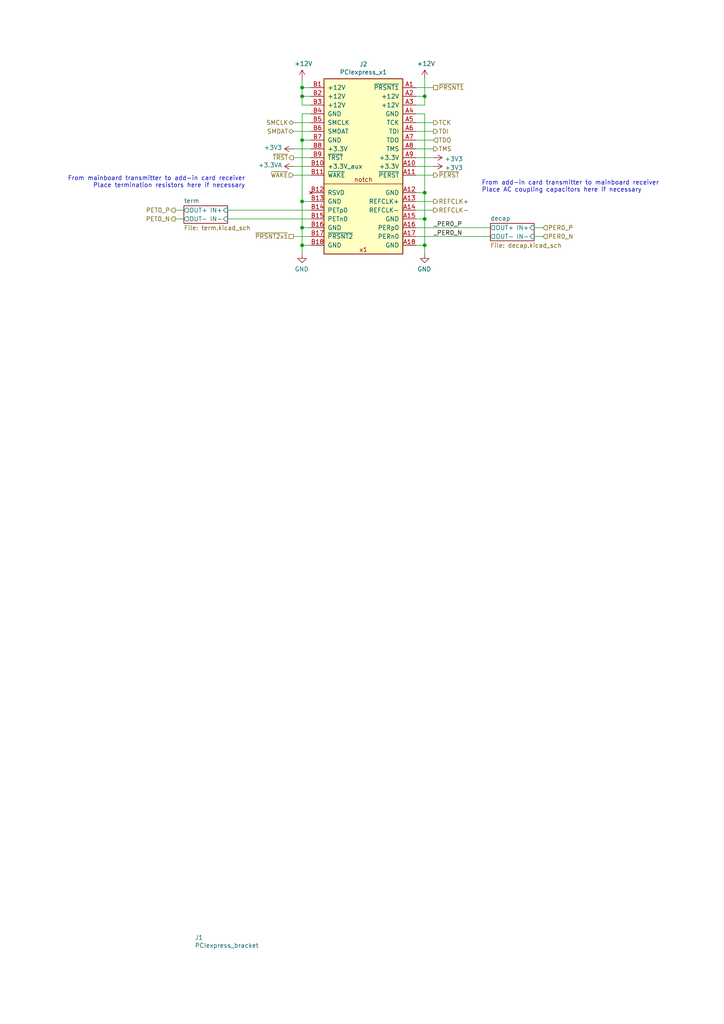
<source format=kicad_sch>
(kicad_sch (version 20211123) (generator eeschema)
  (paper "A4" portrait)
  (title_block (title "PCIexpress_x1_low") (company "Author: Luca Anastasio"))
  (lib_symbols
    (symbol "PCIexpress:PCIexpress_bracket" (pin_names (offset 1.016))
      (property "Reference" "J" (at 0 0 0))
      (property "Value" "PCIexpress_bracket" (at 0 0 0))
    )
    (symbol "PCIexpress:PCIexpress_x1" (pin_names (offset 1.016))
      (property "Reference" "J" (at 0 3.81 0))
      (property "Value" "PCIexpress_x1" (at 0 1.27 0))
      (symbol "PCIexpress_x1_0_0"
        (text "notch" (at 0 -29.21 0) (effects (font (size 1.27 1.27))))
        (text "x1" (at 0 -49.53 0) (effects (font (size 1.27 1.27))))
      )
      (symbol "PCIexpress_x1_0_1"
        (polyline (pts (xy 11.43 -30.48) (xy -11.43 -30.48)))
      )
      (symbol "PCIexpress_x1_1_1"
        (rectangle (start 11.43 0) (end -11.43 -50.8) (stroke (width 0.254)) (fill (type background)))
        (pin passive line (at 15.24 -2.54 180) (length 3.81) (name "~{PRSNT1}") (number "A1"))
        (pin power_out line (at 15.24 -25.4 180) (length 3.81) (name "+3.3V") (number "A10"))
        (pin output line (at 15.24 -27.94 180) (length 3.81) (name "~{PERST}") (number "A11"))
        (pin power_out line (at 15.24 -33.02 180) (length 3.81) (name "GND") (number "A12"))
        (pin output line (at 15.24 -35.56 180) (length 3.81) (name "REFCLK+") (number "A13"))
        (pin output line (at 15.24 -38.1 180) (length 3.81) (name "REFCLK-") (number "A14"))
        (pin power_out line (at 15.24 -40.64 180) (length 3.81) (name "GND") (number "A15"))
        (pin input line (at 15.24 -43.18 180) (length 3.81) (name "PERp0") (number "A16"))
        (pin input line (at 15.24 -45.72 180) (length 3.81) (name "PERn0") (number "A17"))
        (pin power_out line (at 15.24 -48.26 180) (length 3.81) (name "GND") (number "A18"))
        (pin power_out line (at 15.24 -5.08 180) (length 3.81) (name "+12V") (number "A2"))
        (pin power_out line (at 15.24 -7.62 180) (length 3.81) (name "+12V") (number "A3"))
        (pin power_out line (at 15.24 -10.16 180) (length 3.81) (name "GND") (number "A4"))
        (pin output line (at 15.24 -12.7 180) (length 3.81) (name "TCK") (number "A5"))
        (pin output line (at 15.24 -15.24 180) (length 3.81) (name "TDI") (number "A6"))
        (pin input line (at 15.24 -17.78 180) (length 3.81) (name "TDO") (number "A7"))
        (pin output line (at 15.24 -20.32 180) (length 3.81) (name "TMS") (number "A8"))
        (pin power_out line (at 15.24 -22.86 180) (length 3.81) (name "+3.3V") (number "A9"))
        (pin power_out line (at -15.24 -2.54 0) (length 3.81) (name "+12V") (number "B1"))
        (pin power_out line (at -15.24 -25.4 0) (length 3.81) (name "+3.3V_aux") (number "B10"))
        (pin open_collector line (at -15.24 -27.94 0) (length 3.81) (name "~{WAKE}") (number "B11"))
        (pin no_connect line (at -15.24 -33.02 0) (length 3.81) (name "RSVD") (number "B12"))
        (pin power_out line (at -15.24 -35.56 0) (length 3.81) (name "GND") (number "B13"))
        (pin output line (at -15.24 -38.1 0) (length 3.81) (name "PETp0") (number "B14"))
        (pin output line (at -15.24 -40.64 0) (length 3.81) (name "PETn0") (number "B15"))
        (pin power_out line (at -15.24 -43.18 0) (length 3.81) (name "GND") (number "B16"))
        (pin passive line (at -15.24 -45.72 0) (length 3.81) (name "~{PRSNT2}") (number "B17"))
        (pin power_out line (at -15.24 -48.26 0) (length 3.81) (name "GND") (number "B18"))
        (pin power_out line (at -15.24 -5.08 0) (length 3.81) (name "+12V") (number "B2"))
        (pin power_out line (at -15.24 -7.62 0) (length 3.81) (name "+12V") (number "B3"))
        (pin power_out line (at -15.24 -10.16 0) (length 3.81) (name "GND") (number "B4"))
        (pin open_collector line (at -15.24 -12.7 0) (length 3.81) (name "SMCLK") (number "B5"))
        (pin open_collector line (at -15.24 -15.24 0) (length 3.81) (name "SMDAT") (number "B6"))
        (pin power_out line (at -15.24 -17.78 0) (length 3.81) (name "GND") (number "B7"))
        (pin power_out line (at -15.24 -20.32 0) (length 3.81) (name "+3.3V") (number "B8"))
        (pin output line (at -15.24 -22.86 0) (length 3.81) (name "~{TRST}") (number "B9"))
      )
    )
    (symbol "PCIexpress_x1_low-rescue:+3.3V-power" (power) (pin_names (offset 0))
      (property "Value" "+3.3V-power" (at 0 3.556 0))
      (symbol "+3.3V-power_0_1"
        (polyline (pts (xy -0.762 1.27) (xy 0 2.54)))
        (polyline (pts (xy 0 0) (xy 0 2.54)))
        (polyline (pts (xy 0 2.54) (xy 0.762 1.27)))
      )
      (symbol "+3.3V-power_1_1"
        (pin power_in line (at 0 0 90) (length 0) hide (name "+3V3") (number "1"))
      )
    )
    (symbol "power:+12V" (power) (pin_names (offset 0))
      (property "Value" "+12V" (at 0 3.556 0))
      (symbol "+12V_0_1"
        (polyline (pts (xy -0.762 1.27) (xy 0 2.54)))
        (polyline (pts (xy 0 0) (xy 0 2.54)))
        (polyline (pts (xy 0 2.54) (xy 0.762 1.27)))
      )
      (symbol "+12V_1_1"
        (pin power_in line (at 0 0 90) (length 0) hide (name "+12V") (number "1"))
      )
    )
    (symbol "power:+3.3VA" (power) (pin_names (offset 0))
      (property "Value" "+3.3VA" (at 0 3.556 0))
      (symbol "+3.3VA_0_1"
        (polyline (pts (xy -0.762 1.27) (xy 0 2.54)))
        (polyline (pts (xy 0 0) (xy 0 2.54)))
        (polyline (pts (xy 0 2.54) (xy 0.762 1.27)))
      )
      (symbol "+3.3VA_1_1"
        (pin power_in line (at 0 0 90) (length 0) hide (name "+3.3VA") (number "1"))
      )
    )
    (symbol "power:GND" (power) (pin_names (offset 0))
      (property "Value" "GND" (at 0 -3.81 0))
      (symbol "GND_0_1"
        (polyline (pts (xy 0 0) (xy 0 -1.27) (xy 1.27 -1.27) (xy 0 -2.54) (xy -1.27 -1.27) (xy 0 -1.27)))
      )
      (symbol "GND_1_1"
        (pin power_in line (at 0 0 270) (length 0) hide (name "GND") (number "1"))
      )
    )
  )
  (junction (at 87.63 40.64))
  (junction (at 87.63 66.04))
  (junction (at 123.19 55.88))
  (junction (at 123.19 71.12))
  (junction (at 123.19 27.94))
  (junction (at 87.63 27.94))
  (junction (at 123.19 63.5))
  (junction (at 87.63 58.42))
  (junction (at 87.63 25.4))
  (junction (at 87.63 71.12))
  (wire (pts (xy 87.63 27.94) (xy 90.17 27.94)))
  (wire (pts (xy 90.17 71.12) (xy 87.63 71.12)))
  (wire (pts (xy 120.65 55.88) (xy 123.19 55.88)))
  (wire (pts (xy 120.65 25.4) (xy 125.73 25.4)))
  (wire (pts (xy 123.19 30.48) (xy 123.19 27.94)))
  (wire (pts (xy 85.09 35.56) (xy 90.17 35.56)))
  (wire (pts (xy 90.17 66.04) (xy 87.63 66.04)))
  (wire (pts (xy 85.09 48.26) (xy 90.17 48.26)))
  (wire (pts (xy 50.8 63.5) (xy 53.34 63.5)))
  (wire (pts (xy 154.94 68.58) (xy 157.48 68.58)))
  (wire (pts (xy 87.63 71.12) (xy 87.63 66.04)))
  (wire (pts (xy 87.63 58.42) (xy 87.63 40.64)))
  (wire (pts (xy 87.63 27.94) (xy 87.63 25.4)))
  (wire (pts (xy 123.19 22.86) (xy 123.19 27.94)))
  (wire (pts (xy 123.19 33.02) (xy 120.65 33.02)))
  (wire (pts (xy 85.09 38.1) (xy 90.17 38.1)))
  (wire (pts (xy 90.17 30.48) (xy 87.63 30.48)))
  (wire (pts (xy 154.94 66.04) (xy 157.48 66.04)))
  (wire (pts (xy 120.65 48.26) (xy 125.73 48.26)))
  (wire (pts (xy 123.19 55.88) (xy 123.19 63.5)))
  (wire (pts (xy 85.09 45.72) (xy 90.17 45.72)))
  (wire (pts (xy 90.17 58.42) (xy 87.63 58.42)))
  (wire (pts (xy 90.17 68.58) (xy 85.09 68.58)))
  (wire (pts (xy 120.65 45.72) (xy 125.73 45.72)))
  (wire (pts (xy 120.65 58.42) (xy 125.73 58.42)))
  (wire (pts (xy 120.65 66.04) (xy 142.24 66.04)))
  (wire (pts (xy 123.19 63.5) (xy 123.19 71.12)))
  (wire (pts (xy 123.19 33.02) (xy 123.19 55.88)))
  (wire (pts (xy 120.65 71.12) (xy 123.19 71.12)))
  (wire (pts (xy 87.63 66.04) (xy 87.63 58.42)))
  (wire (pts (xy 87.63 33.02) (xy 90.17 33.02)))
  (wire (pts (xy 123.19 73.66) (xy 123.19 71.12)))
  (wire (pts (xy 120.65 35.56) (xy 125.73 35.56)))
  (wire (pts (xy 87.63 73.66) (xy 87.63 71.12)))
  (wire (pts (xy 120.65 30.48) (xy 123.19 30.48)))
  (wire (pts (xy 66.04 63.5) (xy 90.17 63.5)))
  (wire (pts (xy 85.09 43.18) (xy 90.17 43.18)))
  (wire (pts (xy 66.04 60.96) (xy 90.17 60.96)))
  (wire (pts (xy 120.65 43.18) (xy 125.73 43.18)))
  (wire (pts (xy 90.17 25.4) (xy 87.63 25.4)))
  (wire (pts (xy 123.19 27.94) (xy 120.65 27.94)))
  (wire (pts (xy 87.63 40.64) (xy 87.63 33.02)))
  (wire (pts (xy 120.65 68.58) (xy 142.24 68.58)))
  (wire (pts (xy 50.8 60.96) (xy 53.34 60.96)))
  (wire (pts (xy 120.65 50.8) (xy 125.73 50.8)))
  (wire (pts (xy 87.63 25.4) (xy 87.63 22.86)))
  (wire (pts (xy 85.09 50.8) (xy 90.17 50.8)))
  (wire (pts (xy 120.65 60.96) (xy 125.73 60.96)))
  (wire (pts (xy 120.65 40.64) (xy 125.73 40.64)))
  (wire (pts (xy 90.17 40.64) (xy 87.63 40.64)))
  (wire (pts (xy 120.65 63.5) (xy 123.19 63.5)))
  (wire (pts (xy 120.65 38.1) (xy 125.73 38.1)))
  (wire (pts (xy 87.63 30.48) (xy 87.63 27.94)))
  (text "From mainboard transmitter to add-in card receiver\nPlace termination resistors here if necessary" (at 71.12 54.61 180) (effects (font (size 1.27 1.27)) (justify right bottom)))
  (text "From add-in card transmitter to mainboard receiver\nPlace AC coupling capacitors here if necessary" (at 139.7 55.88 0) (effects (font (size 1.27 1.27)) (justify left bottom)))
  (label "_PER0_P" (at 125.73 66.04 0))
  (label "_PER0_N" (at 125.73 68.58 0))
  (hierarchical_label "~{PRSNT2x1}" (shape passive) (at 85.09 68.58 180))
  (hierarchical_label "SMDAT" (shape bidirectional) (at 85.09 38.1 180))
  (hierarchical_label "PET0_N" (shape output) (at 50.8 63.5 180))
  (hierarchical_label "TCK" (shape output) (at 125.73 35.56 0))
  (hierarchical_label "~{WAKE}" (shape input) (at 85.09 50.8 180))
  (hierarchical_label "~{TRST}" (shape output) (at 85.09 45.72 180))
  (hierarchical_label "SMCLK" (shape bidirectional) (at 85.09 35.56 180))
  (hierarchical_label "TMS" (shape output) (at 125.73 43.18 0))
  (hierarchical_label "~{PERST}" (shape output) (at 125.73 50.8 0))
  (hierarchical_label "PET0_P" (shape output) (at 50.8 60.96 180))
  (hierarchical_label "TDO" (shape input) (at 125.73 40.64 0))
  (hierarchical_label "REFCLK-" (shape output) (at 125.73 60.96 0))
  (hierarchical_label "~{PRSNT1}" (shape passive) (at 125.73 25.4 0))
  (hierarchical_label "PER0_P" (shape input) (at 157.48 66.04 0))
  (hierarchical_label "TDI" (shape output) (at 125.73 38.1 0))
  (hierarchical_label "PER0_N" (shape input) (at 157.48 68.58 0))
  (hierarchical_label "REFCLK+" (shape output) (at 125.73 58.42 0))
  (symbol (lib_id "PCIexpress:PCIexpress_x1") (at 105.41 22.86 0) (unit 1)
    (property "Reference" "J2" (at 105.41 18.6182 0))
    (property "Value" "PCIexpress_x1" (at 105.41 20.9296 0))
    (property "Footprint" "PCIexpress:PCIexpress_x1" (effects hide))
  )
  (symbol (lib_id "PCIexpress:PCIexpress_bracket") (at 55.88 273.05 0) (unit 1)
    (property "Reference" "J1" (at 56.515 271.8816 0) (effects (justify left)))
    (property "Value" "PCIexpress_bracket" (at 56.515 274.193 0) (effects (justify left)))
    (property "Footprint" "PCIexpress:PCIexpress_bracket_low" (effects hide))
  )
  (symbol (lib_id "power:GND") (at 87.63 73.66 0) (mirror y) (unit 1)
    (property "Reference" "#PWR0101" (effects hide))
    (property "Value" "GND" (at 87.503 78.0542 0))
  )
  (symbol (lib_id "power:GND") (at 123.19 73.66 0) (mirror y) (unit 1)
    (property "Reference" "#PWR0102" (effects hide))
    (property "Value" "GND" (at 123.063 78.0542 0))
  )
  (symbol (lib_id "PCIexpress_x1_low-rescue:+3.3V-power") (at 85.09 43.18 90) (unit 1)
    (property "Reference" "#PWR?" (effects hide))
  )
  (symbol (lib_id "PCIexpress_x1_low-rescue:+3.3V-power") (at 125.73 45.72 270) (unit 1)
    (property "Reference" "#PWR?" (effects hide))
  )
  (symbol (lib_id "PCIexpress_x1_low-rescue:+3.3V-power") (at 125.73 48.26 270) (unit 1)
    (property "Reference" "#PWR?" (effects hide))
  )
  (symbol (lib_id "power:+3.3VA") (at 85.09 48.26 90) (unit 1)
    (property "Reference" "#PWR?" (effects hide))
  )
  (symbol (lib_id "power:+12V") (at 87.63 22.86 0) (unit 1)
    (property "Reference" "#PWR?" (effects hide))
  )
  (symbol (lib_id "power:+12V") (at 123.19 22.86 0) (unit 1)
    (property "Reference" "#PWR?" (effects hide))
  )
  (sheet (at 53.34 59.69) (size 12.7 5.08)
    (property "Sheet name" "term" (at 53.34 58.9784 0) (effects (justify left bottom)))
    (property "Sheet file" "term.kicad_sch" (at 53.34 65.3546 0) (effects (justify left top)))
    (pin "IN+" input (at 66.04 60.96 0))
    (pin "IN-" input (at 66.04 63.5 0))
    (pin "OUT+" output (at 53.34 60.96 180))
    (pin "OUT-" output (at 53.34 63.5 180))
  )
  (sheet (at 142.24 64.77) (size 12.7 5.08)
    (property "Sheet name" "decap" (at 142.24 64.0584 0) (effects (justify left bottom)))
    (property "Sheet file" "decap.kicad_sch" (at 142.24 70.4346 0) (effects (justify left top)))
    (pin "IN+" input (at 154.94 66.04 0))
    (pin "OUT+" output (at 142.24 66.04 180))
    (pin "OUT-" output (at 142.24 68.58 180))
    (pin "IN-" input (at 154.94 68.58 0))
  )
)
</source>
